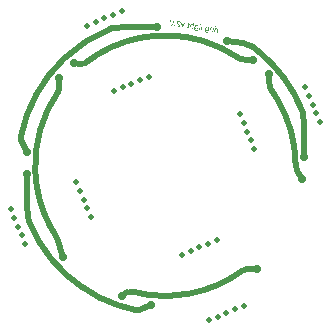
<source format=gbl>
G04*
G04 #@! TF.GenerationSoftware,Altium Limited,Altium Designer,22.2.1 (43)*
G04*
G04 Layer_Physical_Order=2*
G04 Layer_Color=16711680*
%FSLAX25Y25*%
%MOIN*%
G70*
G04*
G04 #@! TF.SameCoordinates,70B15B9A-0B0E-40B4-BC6F-C93E4DF4F8A9*
G04*
G04*
G04 #@! TF.FilePolarity,Positive*
G04*
G01*
G75*
%ADD12C,0.01968*%
%ADD25C,0.01968*%
%ADD26C,0.02756*%
G36*
X80858Y127446D02*
X80897Y127444D01*
X80913Y127444D01*
X80928Y127444D01*
X80954Y127440D01*
X80992Y127431D01*
X81031Y127423D01*
X81066Y127411D01*
X81100Y127399D01*
X81129Y127386D01*
X81157Y127370D01*
X81183Y127355D01*
X81205Y127341D01*
X81227Y127326D01*
X81245Y127312D01*
X81261Y127301D01*
X81272Y127288D01*
X81282Y127280D01*
X81289Y127272D01*
X81293Y127269D01*
X81295Y127267D01*
X81317Y127239D01*
X81337Y127212D01*
X81372Y127151D01*
X81402Y127091D01*
X81424Y127033D01*
X81433Y127005D01*
X81440Y126982D01*
X81445Y126959D01*
X81451Y126940D01*
X81453Y126924D01*
X81456Y126911D01*
X81459Y126904D01*
X81459Y126901D01*
X81465Y126858D01*
X81469Y126812D01*
X81471Y126716D01*
X81470Y126620D01*
X81467Y126574D01*
X81464Y126528D01*
X81460Y126486D01*
X81456Y126447D01*
X81452Y126412D01*
X81448Y126382D01*
X81446Y126358D01*
X81443Y126339D01*
X81441Y126328D01*
X81441Y126324D01*
X81423Y126223D01*
X81401Y126129D01*
X81379Y126044D01*
X81354Y125967D01*
X81327Y125896D01*
X81300Y125832D01*
X81273Y125777D01*
X81245Y125726D01*
X81221Y125683D01*
X81197Y125645D01*
X81175Y125615D01*
X81156Y125590D01*
X81139Y125570D01*
X81128Y125557D01*
X81120Y125549D01*
X81118Y125547D01*
X81080Y125515D01*
X81041Y125491D01*
X81000Y125469D01*
X80959Y125451D01*
X80920Y125437D01*
X80878Y125426D01*
X80840Y125419D01*
X80803Y125413D01*
X80768Y125410D01*
X80737Y125408D01*
X80708Y125408D01*
X80684Y125410D01*
X80664Y125411D01*
X80649Y125411D01*
X80636Y125413D01*
X80595Y125422D01*
X80559Y125430D01*
X80523Y125442D01*
X80490Y125454D01*
X80459Y125470D01*
X80433Y125483D01*
X80406Y125498D01*
X80384Y125512D01*
X80362Y125527D01*
X80345Y125540D01*
X80329Y125554D01*
X80317Y125565D01*
X80308Y125573D01*
X80300Y125581D01*
X80296Y125583D01*
X80294Y125586D01*
X80272Y125614D01*
X80250Y125641D01*
X80215Y125702D01*
X80187Y125762D01*
X80166Y125820D01*
X80157Y125848D01*
X80150Y125873D01*
X80144Y125894D01*
X80138Y125915D01*
X80134Y125929D01*
X80134Y125942D01*
X80131Y125949D01*
X80131Y125951D01*
X80124Y125994D01*
X80121Y126041D01*
X80116Y126137D01*
X80118Y126234D01*
X80121Y126280D01*
X80124Y126326D01*
X80128Y126367D01*
X80132Y126406D01*
X80135Y126438D01*
X80137Y126469D01*
X80141Y126493D01*
X80144Y126512D01*
X80146Y126523D01*
X80146Y126527D01*
X80155Y126581D01*
X80165Y126632D01*
X80175Y126679D01*
X80184Y126724D01*
X80195Y126765D01*
X80205Y126803D01*
X80215Y126836D01*
X80222Y126868D01*
X80231Y126896D01*
X80239Y126919D01*
X80247Y126939D01*
X80253Y126956D01*
X80258Y126971D01*
X80261Y126979D01*
X80265Y126985D01*
X80265Y126987D01*
X80292Y127047D01*
X80323Y127102D01*
X80350Y127148D01*
X80376Y127188D01*
X80389Y127204D01*
X80399Y127220D01*
X80410Y127234D01*
X80418Y127244D01*
X80426Y127251D01*
X80429Y127257D01*
X80434Y127261D01*
X80434Y127263D01*
X80471Y127302D01*
X80511Y127335D01*
X80549Y127362D01*
X80585Y127383D01*
X80617Y127400D01*
X80640Y127410D01*
X80650Y127415D01*
X80657Y127418D01*
X80662Y127419D01*
X80664Y127419D01*
X80714Y127433D01*
X80764Y127441D01*
X80814Y127446D01*
X80858Y127446D01*
D02*
G37*
G36*
X83158Y127085D02*
X83187Y127085D01*
X83211Y127083D01*
X83230Y127082D01*
X83258Y127078D01*
X83310Y127068D01*
X83359Y127056D01*
X83403Y127042D01*
X83444Y127024D01*
X83483Y127007D01*
X83518Y126989D01*
X83550Y126970D01*
X83578Y126953D01*
X83604Y126933D01*
X83626Y126917D01*
X83645Y126900D01*
X83661Y126887D01*
X83672Y126874D01*
X83680Y126866D01*
X83685Y126861D01*
X83687Y126858D01*
X83713Y126825D01*
X83734Y126789D01*
X83752Y126753D01*
X83768Y126713D01*
X83780Y126676D01*
X83792Y126639D01*
X83799Y126600D01*
X83805Y126566D01*
X83810Y126532D01*
X83812Y126501D01*
X83814Y126472D01*
X83815Y126448D01*
X83814Y126428D01*
X83814Y126415D01*
X83815Y126406D01*
X83814Y126401D01*
X83560Y126415D01*
X83564Y126450D01*
X83566Y126482D01*
X83562Y126540D01*
X83553Y126595D01*
X83548Y126618D01*
X83540Y126639D01*
X83534Y126657D01*
X83526Y126674D01*
X83519Y126688D01*
X83514Y126700D01*
X83507Y126710D01*
X83504Y126717D01*
X83502Y126720D01*
X83500Y126722D01*
X83482Y126745D01*
X83463Y126766D01*
X83441Y126782D01*
X83420Y126799D01*
X83375Y126826D01*
X83332Y126846D01*
X83294Y126858D01*
X83278Y126865D01*
X83263Y126868D01*
X83250Y126872D01*
X83203Y126879D01*
X83172Y126880D01*
X83116Y126877D01*
X83069Y126867D01*
X83025Y126856D01*
X82992Y126842D01*
X82977Y126835D01*
X82965Y126828D01*
X82956Y126823D01*
X82948Y126820D01*
X82946Y126818D01*
X82944Y126816D01*
X82921Y126800D01*
X82903Y126783D01*
X82885Y126766D01*
X82871Y126746D01*
X82845Y126708D01*
X82826Y126671D01*
X82814Y126640D01*
X82808Y126626D01*
X82806Y126613D01*
X82802Y126604D01*
X82801Y126596D01*
X82800Y126592D01*
X82800Y126589D01*
X82798Y126563D01*
X82796Y126537D01*
X82801Y126483D01*
X82812Y126431D01*
X82827Y126382D01*
X82842Y126340D01*
X82849Y126323D01*
X82857Y126307D01*
X82862Y126295D01*
X82867Y126285D01*
X82868Y126281D01*
X82870Y126278D01*
X82889Y126244D01*
X82912Y126208D01*
X82939Y126168D01*
X82968Y126128D01*
X83028Y126046D01*
X83091Y125968D01*
X83120Y125930D01*
X83150Y125897D01*
X83176Y125866D01*
X83199Y125840D01*
X83217Y125818D01*
X83230Y125802D01*
X83239Y125790D01*
X83243Y125787D01*
X83277Y125749D01*
X83307Y125713D01*
X83337Y125680D01*
X83362Y125647D01*
X83389Y125617D01*
X83410Y125587D01*
X83431Y125561D01*
X83449Y125536D01*
X83465Y125514D01*
X83477Y125494D01*
X83490Y125477D01*
X83499Y125464D01*
X83508Y125452D01*
X83514Y125444D01*
X83515Y125440D01*
X83517Y125437D01*
X83548Y125384D01*
X83573Y125331D01*
X83594Y125282D01*
X83609Y125238D01*
X83621Y125200D01*
X83625Y125184D01*
X83630Y125172D01*
X83633Y125161D01*
X83634Y125154D01*
X83635Y125150D01*
X83635Y125147D01*
X83641Y125116D01*
X83643Y125084D01*
X83645Y125056D01*
X83643Y125029D01*
X83641Y125007D01*
X83639Y124990D01*
X83637Y124979D01*
X83636Y124975D01*
X82321Y125182D01*
X82358Y125417D01*
X83337Y125263D01*
X83310Y125315D01*
X83297Y125340D01*
X83282Y125362D01*
X83270Y125381D01*
X83261Y125396D01*
X83254Y125406D01*
X83252Y125408D01*
X83241Y125423D01*
X83227Y125443D01*
X83210Y125463D01*
X83192Y125486D01*
X83153Y125537D01*
X83112Y125585D01*
X83073Y125631D01*
X83056Y125651D01*
X83039Y125669D01*
X83028Y125684D01*
X83017Y125695D01*
X83011Y125702D01*
X83010Y125705D01*
X82969Y125753D01*
X82929Y125799D01*
X82894Y125840D01*
X82863Y125880D01*
X82833Y125916D01*
X82808Y125950D01*
X82784Y125981D01*
X82762Y126008D01*
X82743Y126031D01*
X82729Y126053D01*
X82716Y126071D01*
X82705Y126086D01*
X82698Y126098D01*
X82691Y126106D01*
X82689Y126110D01*
X82687Y126113D01*
X82654Y126166D01*
X82628Y126215D01*
X82607Y126260D01*
X82589Y126300D01*
X82576Y126333D01*
X82567Y126359D01*
X82564Y126368D01*
X82563Y126375D01*
X82561Y126377D01*
X82562Y126380D01*
X82551Y126425D01*
X82547Y126470D01*
X82545Y126510D01*
X82544Y126548D01*
X82544Y126579D01*
X82546Y126603D01*
X82547Y126611D01*
X82548Y126618D01*
X82549Y126620D01*
X82549Y126622D01*
X82558Y126665D01*
X82569Y126705D01*
X82583Y126742D01*
X82600Y126780D01*
X82618Y126812D01*
X82639Y126842D01*
X82658Y126870D01*
X82678Y126893D01*
X82697Y126917D01*
X82715Y126936D01*
X82733Y126953D01*
X82749Y126966D01*
X82761Y126975D01*
X82771Y126984D01*
X82776Y126988D01*
X82779Y126990D01*
X82815Y127013D01*
X82854Y127031D01*
X82894Y127047D01*
X82936Y127060D01*
X82974Y127069D01*
X83015Y127076D01*
X83054Y127081D01*
X83091Y127084D01*
X83125Y127086D01*
X83158Y127085D01*
D02*
G37*
G36*
X86707Y126333D02*
X86652Y125978D01*
X86832Y125950D01*
X86803Y125760D01*
X86622Y125788D01*
X86491Y124957D01*
X86485Y124918D01*
X86477Y124882D01*
X86472Y124850D01*
X86465Y124820D01*
X86459Y124794D01*
X86453Y124771D01*
X86448Y124750D01*
X86441Y124733D01*
X86436Y124719D01*
X86432Y124706D01*
X86428Y124696D01*
X86425Y124687D01*
X86421Y124677D01*
X86418Y124673D01*
X86401Y124651D01*
X86383Y124632D01*
X86363Y124616D01*
X86343Y124603D01*
X86324Y124593D01*
X86309Y124586D01*
X86300Y124581D01*
X86297Y124579D01*
X86265Y124571D01*
X86231Y124565D01*
X86196Y124564D01*
X86160Y124563D01*
X86130Y124566D01*
X86106Y124567D01*
X86084Y124571D01*
X86020Y124585D01*
X85991Y124592D01*
X85963Y124601D01*
X85938Y124609D01*
X85919Y124615D01*
X85907Y124621D01*
X85902Y124621D01*
X85969Y124832D01*
X85992Y124826D01*
X86013Y124820D01*
X86032Y124815D01*
X86047Y124813D01*
X86060Y124809D01*
X86096Y124803D01*
X86114Y124802D01*
X86128Y124805D01*
X86141Y124805D01*
X86150Y124808D01*
X86157Y124809D01*
X86162Y124810D01*
X86164Y124810D01*
X86183Y124822D01*
X86199Y124835D01*
X86209Y124847D01*
X86212Y124849D01*
X86212Y124851D01*
X86219Y124865D01*
X86224Y124884D01*
X86232Y124905D01*
X86235Y124927D01*
X86241Y124948D01*
X86243Y124965D01*
X86245Y124978D01*
X86246Y124980D01*
X86246Y124982D01*
X86379Y125827D01*
X86131Y125866D01*
X86161Y126055D01*
X86408Y126016D01*
X86487Y126518D01*
X86707Y126333D01*
D02*
G37*
G36*
X90481Y125937D02*
X90437Y125660D01*
X90193Y125698D01*
X90237Y125976D01*
X90481Y125937D01*
D02*
G37*
G36*
X88323Y126276D02*
X88011Y124288D01*
X87767Y124327D01*
X87890Y125113D01*
X87898Y125173D01*
X87902Y125228D01*
X87903Y125274D01*
X87902Y125312D01*
X87900Y125343D01*
X87897Y125365D01*
X87896Y125372D01*
X87895Y125379D01*
X87893Y125384D01*
X87881Y125421D01*
X87865Y125454D01*
X87847Y125484D01*
X87827Y125509D01*
X87810Y125529D01*
X87795Y125545D01*
X87786Y125555D01*
X87782Y125558D01*
X87748Y125583D01*
X87714Y125604D01*
X87681Y125618D01*
X87652Y125631D01*
X87625Y125640D01*
X87603Y125645D01*
X87586Y125648D01*
X87534Y125652D01*
X87487Y125650D01*
X87449Y125643D01*
X87414Y125633D01*
X87385Y125620D01*
X87366Y125610D01*
X87354Y125603D01*
X87349Y125599D01*
X87331Y125584D01*
X87318Y125569D01*
X87292Y125529D01*
X87270Y125488D01*
X87254Y125444D01*
X87242Y125407D01*
X87237Y125390D01*
X87234Y125374D01*
X87230Y125362D01*
X87229Y125353D01*
X87228Y125347D01*
X87227Y125345D01*
X87084Y124434D01*
X86841Y124472D01*
X86984Y125383D01*
X86990Y125422D01*
X86998Y125458D01*
X87006Y125492D01*
X87015Y125522D01*
X87024Y125551D01*
X87032Y125576D01*
X87040Y125599D01*
X87048Y125620D01*
X87055Y125639D01*
X87062Y125655D01*
X87068Y125668D01*
X87075Y125680D01*
X87081Y125688D01*
X87084Y125694D01*
X87086Y125696D01*
X87086Y125698D01*
X87114Y125733D01*
X87146Y125766D01*
X87181Y125791D01*
X87210Y125811D01*
X87239Y125826D01*
X87263Y125838D01*
X87272Y125841D01*
X87279Y125844D01*
X87282Y125846D01*
X87284Y125846D01*
X87333Y125860D01*
X87382Y125868D01*
X87430Y125873D01*
X87474Y125873D01*
X87513Y125871D01*
X87529Y125871D01*
X87544Y125871D01*
X87570Y125867D01*
X87617Y125857D01*
X87661Y125844D01*
X87702Y125826D01*
X87742Y125809D01*
X87776Y125786D01*
X87810Y125765D01*
X87839Y125741D01*
X87864Y125719D01*
X87889Y125695D01*
X87910Y125672D01*
X87927Y125654D01*
X87942Y125636D01*
X87953Y125621D01*
X87960Y125609D01*
X87965Y125602D01*
X87967Y125599D01*
X88079Y126314D01*
X88323Y126276D01*
D02*
G37*
G36*
X81966Y125522D02*
X81922Y125244D01*
X81644Y125288D01*
X81688Y125566D01*
X81966Y125522D01*
D02*
G37*
G36*
X95572Y125138D02*
X95528Y124860D01*
X95285Y124898D01*
X95328Y125176D01*
X95572Y125138D01*
D02*
G37*
G36*
X84229Y126358D02*
X84411Y125427D01*
X84424Y125366D01*
X84433Y125311D01*
X84440Y125261D01*
X84447Y125221D01*
X84453Y125187D01*
X84455Y125173D01*
X84456Y125160D01*
X84456Y125151D01*
X84457Y125144D01*
X84459Y125142D01*
X84459Y125139D01*
X84485Y125193D01*
X84508Y125244D01*
X84531Y125291D01*
X84553Y125332D01*
X84572Y125367D01*
X84579Y125381D01*
X84585Y125393D01*
X84591Y125403D01*
X84594Y125409D01*
X84597Y125414D01*
X84597Y125416D01*
X85043Y126231D01*
X85301Y126190D01*
X84530Y124835D01*
X84298Y124871D01*
X83977Y126398D01*
X84229Y126358D01*
D02*
G37*
G36*
X94120Y124832D02*
X94153Y124831D01*
X94166Y124829D01*
X94179Y124829D01*
X94201Y124826D01*
X94254Y124815D01*
X94305Y124798D01*
X94350Y124780D01*
X94393Y124758D01*
X94431Y124732D01*
X94465Y124707D01*
X94496Y124680D01*
X94523Y124654D01*
X94547Y124626D01*
X94567Y124601D01*
X94583Y124578D01*
X94595Y124556D01*
X94606Y124539D01*
X94615Y124527D01*
X94618Y124518D01*
X94620Y124515D01*
X94652Y124722D01*
X94872Y124687D01*
X94646Y123247D01*
X94402Y123285D01*
X94526Y124071D01*
X94531Y124121D01*
X94537Y124168D01*
X94537Y124210D01*
X94536Y124250D01*
X94533Y124286D01*
X94529Y124317D01*
X94523Y124347D01*
X94516Y124372D01*
X94508Y124396D01*
X94500Y124415D01*
X94494Y124429D01*
X94487Y124443D01*
X94482Y124453D01*
X94477Y124460D01*
X94475Y124463D01*
X94473Y124465D01*
X94454Y124486D01*
X94433Y124505D01*
X94392Y124538D01*
X94349Y124562D01*
X94310Y124579D01*
X94275Y124593D01*
X94258Y124598D01*
X94245Y124600D01*
X94234Y124604D01*
X94219Y124607D01*
X94182Y124610D01*
X94149Y124611D01*
X94120Y124607D01*
X94093Y124604D01*
X94073Y124599D01*
X94056Y124592D01*
X94045Y124590D01*
X94042Y124588D01*
X94014Y124575D01*
X93989Y124559D01*
X93969Y124542D01*
X93953Y124525D01*
X93939Y124509D01*
X93931Y124497D01*
X93925Y124489D01*
X93922Y124486D01*
X93907Y124457D01*
X93895Y124424D01*
X93883Y124388D01*
X93875Y124352D01*
X93868Y124320D01*
X93863Y124305D01*
X93861Y124292D01*
X93860Y124284D01*
X93858Y124275D01*
X93858Y124271D01*
X93857Y124268D01*
X93720Y123392D01*
X93476Y123430D01*
X93615Y124315D01*
X93620Y124345D01*
X93624Y124373D01*
X93631Y124401D01*
X93635Y124425D01*
X93640Y124446D01*
X93643Y124465D01*
X93651Y124497D01*
X93659Y124520D01*
X93663Y124537D01*
X93667Y124548D01*
X93668Y124550D01*
X93682Y124587D01*
X93701Y124620D01*
X93716Y124648D01*
X93733Y124672D01*
X93749Y124691D01*
X93761Y124707D01*
X93769Y124715D01*
X93771Y124719D01*
X93797Y124743D01*
X93827Y124763D01*
X93858Y124778D01*
X93887Y124793D01*
X93915Y124802D01*
X93936Y124810D01*
X93950Y124814D01*
X93952Y124816D01*
X93954Y124816D01*
X93998Y124825D01*
X94041Y124831D01*
X94083Y124833D01*
X94120Y124832D01*
D02*
G37*
G36*
X88831Y125636D02*
X88803Y125459D01*
X88841Y125491D01*
X88879Y125518D01*
X88920Y125540D01*
X88958Y125558D01*
X88998Y125574D01*
X89035Y125584D01*
X89072Y125594D01*
X89106Y125599D01*
X89137Y125603D01*
X89166Y125605D01*
X89193Y125605D01*
X89215Y125606D01*
X89232Y125604D01*
X89248Y125603D01*
X89293Y125596D01*
X89327Y125587D01*
X89387Y125566D01*
X89441Y125542D01*
X89465Y125530D01*
X89488Y125517D01*
X89508Y125503D01*
X89523Y125492D01*
X89539Y125480D01*
X89551Y125472D01*
X89561Y125464D01*
X89569Y125458D01*
X89573Y125455D01*
X89575Y125453D01*
X89618Y125406D01*
X89657Y125356D01*
X89686Y125305D01*
X89710Y125257D01*
X89727Y125215D01*
X89735Y125196D01*
X89739Y125180D01*
X89744Y125168D01*
X89747Y125159D01*
X89750Y125152D01*
X89750Y125150D01*
X89763Y125079D01*
X89772Y125009D01*
X89775Y124945D01*
X89775Y124885D01*
X89772Y124857D01*
X89771Y124833D01*
X89770Y124813D01*
X89767Y124794D01*
X89767Y124778D01*
X89765Y124767D01*
X89764Y124761D01*
X89764Y124759D01*
X89753Y124703D01*
X89740Y124652D01*
X89724Y124602D01*
X89705Y124556D01*
X89688Y124513D01*
X89666Y124472D01*
X89644Y124436D01*
X89624Y124401D01*
X89604Y124371D01*
X89586Y124345D01*
X89567Y124322D01*
X89553Y124304D01*
X89540Y124289D01*
X89530Y124279D01*
X89524Y124271D01*
X89521Y124270D01*
X89483Y124238D01*
X89443Y124209D01*
X89402Y124187D01*
X89360Y124169D01*
X89320Y124153D01*
X89278Y124142D01*
X89238Y124135D01*
X89199Y124128D01*
X89163Y124125D01*
X89132Y124123D01*
X89101Y124124D01*
X89077Y124125D01*
X89055Y124127D01*
X89040Y124127D01*
X89027Y124129D01*
X88984Y124138D01*
X88942Y124151D01*
X88905Y124166D01*
X88870Y124184D01*
X88836Y124203D01*
X88806Y124225D01*
X88778Y124245D01*
X88753Y124269D01*
X88732Y124290D01*
X88711Y124311D01*
X88696Y124328D01*
X88681Y124344D01*
X88673Y124359D01*
X88663Y124369D01*
X88660Y124376D01*
X88658Y124379D01*
X88651Y124336D01*
X88645Y124297D01*
X88642Y124262D01*
X88637Y124230D01*
X88635Y124201D01*
X88630Y124176D01*
X88629Y124154D01*
X88628Y124134D01*
X88628Y124116D01*
X88626Y124103D01*
X88626Y124090D01*
X88627Y124081D01*
X88626Y124075D01*
X88627Y124070D01*
X88626Y124066D01*
X88635Y124020D01*
X88648Y123979D01*
X88665Y123943D01*
X88680Y123914D01*
X88698Y123889D01*
X88711Y123872D01*
X88720Y123859D01*
X88722Y123857D01*
X88724Y123856D01*
X88757Y123827D01*
X88797Y123805D01*
X88838Y123785D01*
X88878Y123770D01*
X88916Y123760D01*
X88931Y123755D01*
X88946Y123753D01*
X88956Y123749D01*
X88974Y123747D01*
X89030Y123740D01*
X89081Y123741D01*
X89123Y123745D01*
X89162Y123752D01*
X89192Y123761D01*
X89213Y123768D01*
X89227Y123775D01*
X89232Y123776D01*
X89259Y123794D01*
X89280Y123818D01*
X89299Y123841D01*
X89315Y123867D01*
X89325Y123890D01*
X89332Y123909D01*
X89339Y123921D01*
X89339Y123923D01*
X89339Y123925D01*
X89581Y123920D01*
X89574Y123877D01*
X89564Y123839D01*
X89552Y123804D01*
X89536Y123771D01*
X89520Y123742D01*
X89503Y123714D01*
X89486Y123690D01*
X89467Y123671D01*
X89449Y123652D01*
X89433Y123637D01*
X89418Y123624D01*
X89403Y123613D01*
X89393Y123606D01*
X89383Y123601D01*
X89378Y123597D01*
X89376Y123595D01*
X89342Y123581D01*
X89305Y123566D01*
X89270Y123556D01*
X89232Y123549D01*
X89159Y123539D01*
X89091Y123536D01*
X89060Y123537D01*
X89031Y123537D01*
X89005Y123539D01*
X88983Y123540D01*
X88965Y123540D01*
X88940Y123544D01*
X88863Y123561D01*
X88793Y123581D01*
X88762Y123592D01*
X88735Y123603D01*
X88708Y123614D01*
X88683Y123627D01*
X88661Y123639D01*
X88643Y123648D01*
X88626Y123658D01*
X88612Y123666D01*
X88603Y123675D01*
X88594Y123678D01*
X88591Y123683D01*
X88589Y123683D01*
X88542Y123724D01*
X88502Y123767D01*
X88472Y123810D01*
X88447Y123851D01*
X88428Y123885D01*
X88415Y123914D01*
X88410Y123925D01*
X88407Y123933D01*
X88406Y123937D01*
X88406Y123939D01*
X88397Y123969D01*
X88392Y124003D01*
X88389Y124041D01*
X88386Y124079D01*
X88388Y124161D01*
X88391Y124240D01*
X88395Y124276D01*
X88398Y124311D01*
X88401Y124344D01*
X88403Y124372D01*
X88407Y124394D01*
X88409Y124411D01*
X88411Y124422D01*
X88412Y124426D01*
X88607Y125671D01*
X88831Y125636D01*
D02*
G37*
G36*
X90395Y125390D02*
X90168Y123950D01*
X89925Y123988D01*
X90151Y125428D01*
X90395Y125390D01*
D02*
G37*
G36*
X91105Y125839D02*
X90793Y123851D01*
X90550Y123890D01*
X90862Y125877D01*
X91105Y125839D01*
D02*
G37*
G36*
X92378Y125079D02*
X92350Y124902D01*
X92388Y124934D01*
X92426Y124961D01*
X92467Y124983D01*
X92505Y125002D01*
X92545Y125017D01*
X92582Y125027D01*
X92619Y125037D01*
X92653Y125042D01*
X92684Y125046D01*
X92713Y125048D01*
X92740Y125049D01*
X92762Y125049D01*
X92779Y125047D01*
X92795Y125047D01*
X92840Y125040D01*
X92874Y125030D01*
X92934Y125009D01*
X92988Y124985D01*
X93012Y124973D01*
X93035Y124960D01*
X93055Y124946D01*
X93070Y124935D01*
X93086Y124924D01*
X93098Y124915D01*
X93108Y124907D01*
X93116Y124901D01*
X93120Y124898D01*
X93122Y124896D01*
X93165Y124849D01*
X93204Y124799D01*
X93233Y124748D01*
X93256Y124700D01*
X93274Y124658D01*
X93282Y124639D01*
X93286Y124623D01*
X93291Y124611D01*
X93294Y124602D01*
X93297Y124595D01*
X93297Y124592D01*
X93310Y124522D01*
X93319Y124452D01*
X93322Y124388D01*
X93322Y124328D01*
X93319Y124300D01*
X93318Y124276D01*
X93317Y124256D01*
X93314Y124237D01*
X93314Y124221D01*
X93312Y124211D01*
X93311Y124204D01*
X93311Y124202D01*
X93300Y124146D01*
X93287Y124095D01*
X93271Y124045D01*
X93252Y123999D01*
X93234Y123956D01*
X93213Y123915D01*
X93191Y123879D01*
X93171Y123844D01*
X93151Y123814D01*
X93133Y123788D01*
X93114Y123765D01*
X93100Y123747D01*
X93087Y123732D01*
X93076Y123722D01*
X93071Y123714D01*
X93068Y123713D01*
X93030Y123681D01*
X92990Y123652D01*
X92949Y123630D01*
X92907Y123612D01*
X92867Y123596D01*
X92825Y123585D01*
X92785Y123578D01*
X92746Y123571D01*
X92710Y123568D01*
X92679Y123566D01*
X92648Y123567D01*
X92624Y123568D01*
X92602Y123570D01*
X92587Y123570D01*
X92574Y123572D01*
X92531Y123581D01*
X92489Y123594D01*
X92452Y123609D01*
X92417Y123627D01*
X92383Y123646D01*
X92353Y123668D01*
X92325Y123688D01*
X92300Y123712D01*
X92279Y123733D01*
X92258Y123754D01*
X92243Y123772D01*
X92228Y123787D01*
X92220Y123802D01*
X92210Y123812D01*
X92207Y123819D01*
X92205Y123822D01*
X92198Y123779D01*
X92192Y123740D01*
X92189Y123705D01*
X92184Y123673D01*
X92181Y123644D01*
X92177Y123619D01*
X92176Y123597D01*
X92175Y123577D01*
X92175Y123559D01*
X92173Y123547D01*
X92173Y123533D01*
X92174Y123524D01*
X92173Y123518D01*
X92174Y123513D01*
X92173Y123509D01*
X92182Y123463D01*
X92195Y123422D01*
X92212Y123386D01*
X92227Y123357D01*
X92245Y123332D01*
X92258Y123315D01*
X92267Y123302D01*
X92269Y123300D01*
X92271Y123299D01*
X92304Y123270D01*
X92344Y123248D01*
X92386Y123229D01*
X92425Y123213D01*
X92463Y123203D01*
X92478Y123198D01*
X92493Y123196D01*
X92503Y123192D01*
X92521Y123190D01*
X92577Y123183D01*
X92628Y123184D01*
X92670Y123188D01*
X92709Y123195D01*
X92739Y123204D01*
X92760Y123212D01*
X92774Y123218D01*
X92779Y123220D01*
X92806Y123237D01*
X92827Y123261D01*
X92847Y123284D01*
X92862Y123310D01*
X92872Y123333D01*
X92879Y123352D01*
X92886Y123364D01*
X92886Y123366D01*
X92886Y123368D01*
X93128Y123363D01*
X93121Y123320D01*
X93111Y123282D01*
X93099Y123247D01*
X93083Y123214D01*
X93067Y123185D01*
X93050Y123157D01*
X93033Y123134D01*
X93014Y123114D01*
X92996Y123095D01*
X92980Y123080D01*
X92965Y123067D01*
X92950Y123056D01*
X92940Y123049D01*
X92930Y123044D01*
X92925Y123040D01*
X92923Y123038D01*
X92889Y123023D01*
X92852Y123010D01*
X92817Y123000D01*
X92779Y122992D01*
X92706Y122982D01*
X92638Y122979D01*
X92607Y122980D01*
X92578Y122980D01*
X92552Y122982D01*
X92530Y122983D01*
X92513Y122983D01*
X92487Y122987D01*
X92410Y123004D01*
X92340Y123024D01*
X92309Y123035D01*
X92282Y123046D01*
X92255Y123057D01*
X92230Y123070D01*
X92208Y123082D01*
X92190Y123091D01*
X92173Y123101D01*
X92159Y123109D01*
X92150Y123118D01*
X92141Y123121D01*
X92138Y123126D01*
X92136Y123126D01*
X92089Y123167D01*
X92049Y123211D01*
X92019Y123253D01*
X91994Y123294D01*
X91975Y123328D01*
X91962Y123357D01*
X91957Y123369D01*
X91954Y123376D01*
X91953Y123380D01*
X91953Y123382D01*
X91944Y123413D01*
X91939Y123447D01*
X91936Y123484D01*
X91933Y123522D01*
X91935Y123604D01*
X91938Y123683D01*
X91942Y123720D01*
X91945Y123754D01*
X91948Y123787D01*
X91950Y123815D01*
X91954Y123837D01*
X91956Y123854D01*
X91958Y123865D01*
X91959Y123869D01*
X92154Y125114D01*
X92378Y125079D01*
D02*
G37*
G36*
X95486Y124591D02*
X95259Y123150D01*
X95016Y123188D01*
X95242Y124629D01*
X95486Y124591D01*
D02*
G37*
G36*
X95867Y124562D02*
X95876Y124563D01*
X95889Y124561D01*
X95919Y124554D01*
X95948Y124543D01*
X95973Y124532D01*
X95995Y124520D01*
X96011Y124506D01*
X96025Y124497D01*
X96033Y124490D01*
X96036Y124487D01*
X96048Y124474D01*
X96061Y124459D01*
X96082Y124427D01*
X96103Y124388D01*
X96121Y124350D01*
X96138Y124316D01*
X96148Y124286D01*
X96153Y124276D01*
X96157Y124267D01*
X96160Y124262D01*
X96194Y124480D01*
X96414Y124445D01*
X96188Y123004D01*
X95944Y123043D01*
X96063Y123796D01*
X96069Y123853D01*
X96074Y123907D01*
X96074Y123956D01*
X96075Y124000D01*
X96074Y124035D01*
X96072Y124051D01*
X96072Y124064D01*
X96071Y124073D01*
X96070Y124080D01*
X96068Y124085D01*
X96069Y124087D01*
X96060Y124119D01*
X96052Y124149D01*
X96040Y124173D01*
X96028Y124195D01*
X96018Y124212D01*
X96008Y124224D01*
X96001Y124232D01*
X95999Y124234D01*
X95976Y124256D01*
X95954Y124270D01*
X95932Y124283D01*
X95909Y124293D01*
X95890Y124300D01*
X95876Y124305D01*
X95863Y124307D01*
X95828Y124310D01*
X95794Y124309D01*
X95763Y124305D01*
X95736Y124300D01*
X95710Y124293D01*
X95692Y124287D01*
X95680Y124282D01*
X95675Y124281D01*
X95625Y124521D01*
X95676Y124539D01*
X95727Y124551D01*
X95770Y124559D01*
X95810Y124562D01*
X95843Y124563D01*
X95857Y124564D01*
X95867Y124562D01*
D02*
G37*
%LPC*%
G36*
X80863Y127240D02*
X80831Y127236D01*
X80804Y127229D01*
X80750Y127211D01*
X80705Y127190D01*
X80685Y127177D01*
X80668Y127165D01*
X80653Y127152D01*
X80638Y127143D01*
X80628Y127133D01*
X80620Y127126D01*
X80617Y127122D01*
X80615Y127120D01*
X80588Y127089D01*
X80564Y127053D01*
X80542Y127008D01*
X80521Y126960D01*
X80502Y126910D01*
X80483Y126858D01*
X80453Y126750D01*
X80438Y126700D01*
X80428Y126651D01*
X80419Y126606D01*
X80411Y126567D01*
X80403Y126533D01*
X80401Y126520D01*
X80400Y126509D01*
X80398Y126501D01*
X80397Y126494D01*
X80397Y126490D01*
X80396Y126488D01*
X80384Y126399D01*
X80374Y126319D01*
X80369Y126245D01*
X80365Y126177D01*
X80364Y126116D01*
X80367Y126062D01*
X80370Y126013D01*
X80375Y125970D01*
X80380Y125934D01*
X80386Y125902D01*
X80391Y125875D01*
X80398Y125854D01*
X80402Y125838D01*
X80407Y125829D01*
X80409Y125822D01*
X80410Y125819D01*
X80427Y125788D01*
X80447Y125758D01*
X80467Y125733D01*
X80489Y125712D01*
X80509Y125691D01*
X80531Y125674D01*
X80551Y125660D01*
X80571Y125648D01*
X80608Y125631D01*
X80625Y125625D01*
X80639Y125620D01*
X80650Y125618D01*
X80661Y125615D01*
X80667Y125613D01*
X80698Y125611D01*
X80729Y125610D01*
X80758Y125615D01*
X80785Y125621D01*
X80839Y125637D01*
X80884Y125661D01*
X80921Y125686D01*
X80936Y125697D01*
X80949Y125706D01*
X80961Y125715D01*
X80969Y125723D01*
X80972Y125727D01*
X80974Y125728D01*
X80999Y125760D01*
X81023Y125798D01*
X81047Y125841D01*
X81068Y125888D01*
X81087Y125940D01*
X81104Y125993D01*
X81134Y126101D01*
X81149Y126151D01*
X81159Y126200D01*
X81168Y126245D01*
X81176Y126284D01*
X81183Y126316D01*
X81186Y126331D01*
X81187Y126342D01*
X81189Y126350D01*
X81190Y126357D01*
X81191Y126361D01*
X81191Y126363D01*
X81203Y126452D01*
X81211Y126532D01*
X81218Y126608D01*
X81220Y126676D01*
X81221Y126738D01*
X81219Y126796D01*
X81214Y126845D01*
X81210Y126890D01*
X81205Y126930D01*
X81197Y126962D01*
X81190Y126990D01*
X81185Y127013D01*
X81179Y127031D01*
X81174Y127043D01*
X81173Y127050D01*
X81171Y127052D01*
X81156Y127081D01*
X81138Y127106D01*
X81119Y127129D01*
X81100Y127147D01*
X81079Y127166D01*
X81059Y127181D01*
X81019Y127205D01*
X80981Y127221D01*
X80964Y127226D01*
X80952Y127230D01*
X80939Y127235D01*
X80924Y127237D01*
X80892Y127240D01*
X80863Y127240D01*
D02*
G37*
G36*
X89148Y125405D02*
X89119Y125403D01*
X89092Y125398D01*
X89041Y125384D01*
X88996Y125367D01*
X88958Y125347D01*
X88943Y125338D01*
X88931Y125329D01*
X88919Y125322D01*
X88911Y125317D01*
X88908Y125312D01*
X88906Y125311D01*
X88880Y125288D01*
X88858Y125261D01*
X88836Y125233D01*
X88818Y125203D01*
X88786Y125140D01*
X88763Y125077D01*
X88754Y125048D01*
X88745Y125020D01*
X88739Y124995D01*
X88734Y124974D01*
X88729Y124957D01*
X88727Y124942D01*
X88725Y124933D01*
X88725Y124931D01*
X88719Y124881D01*
X88714Y124833D01*
X88714Y124789D01*
X88714Y124749D01*
X88717Y124711D01*
X88722Y124675D01*
X88728Y124644D01*
X88733Y124616D01*
X88740Y124591D01*
X88748Y124570D01*
X88756Y124551D01*
X88762Y124534D01*
X88767Y124523D01*
X88772Y124515D01*
X88774Y124511D01*
X88775Y124508D01*
X88793Y124481D01*
X88814Y124458D01*
X88835Y124437D01*
X88856Y124418D01*
X88878Y124404D01*
X88900Y124389D01*
X88941Y124367D01*
X88978Y124351D01*
X88995Y124346D01*
X89010Y124341D01*
X89020Y124337D01*
X89037Y124335D01*
X89068Y124332D01*
X89099Y124331D01*
X89127Y124334D01*
X89157Y124336D01*
X89207Y124350D01*
X89252Y124367D01*
X89288Y124386D01*
X89303Y124394D01*
X89317Y124403D01*
X89327Y124408D01*
X89334Y124414D01*
X89337Y124418D01*
X89340Y124419D01*
X89363Y124442D01*
X89385Y124470D01*
X89405Y124497D01*
X89423Y124528D01*
X89453Y124594D01*
X89477Y124661D01*
X89488Y124690D01*
X89495Y124720D01*
X89501Y124747D01*
X89507Y124768D01*
X89512Y124787D01*
X89514Y124802D01*
X89516Y124813D01*
X89517Y124815D01*
X89522Y124863D01*
X89527Y124909D01*
X89527Y124951D01*
X89526Y124990D01*
X89523Y125026D01*
X89520Y125060D01*
X89513Y125090D01*
X89507Y125117D01*
X89499Y125142D01*
X89492Y125163D01*
X89486Y125182D01*
X89480Y125198D01*
X89475Y125210D01*
X89469Y125218D01*
X89468Y125222D01*
X89466Y125225D01*
X89448Y125252D01*
X89428Y125275D01*
X89407Y125298D01*
X89386Y125317D01*
X89366Y125333D01*
X89344Y125348D01*
X89303Y125370D01*
X89266Y125387D01*
X89249Y125391D01*
X89237Y125396D01*
X89224Y125400D01*
X89209Y125402D01*
X89179Y125405D01*
X89148Y125405D01*
D02*
G37*
G36*
X92695Y124848D02*
X92666Y124846D01*
X92639Y124841D01*
X92588Y124827D01*
X92543Y124810D01*
X92505Y124790D01*
X92490Y124781D01*
X92478Y124772D01*
X92466Y124765D01*
X92458Y124759D01*
X92455Y124756D01*
X92453Y124754D01*
X92427Y124731D01*
X92405Y124704D01*
X92383Y124676D01*
X92365Y124646D01*
X92333Y124583D01*
X92310Y124520D01*
X92301Y124491D01*
X92292Y124463D01*
X92286Y124438D01*
X92281Y124417D01*
X92276Y124400D01*
X92273Y124385D01*
X92272Y124376D01*
X92272Y124374D01*
X92266Y124324D01*
X92261Y124276D01*
X92261Y124232D01*
X92261Y124193D01*
X92264Y124154D01*
X92269Y124118D01*
X92275Y124086D01*
X92280Y124059D01*
X92287Y124034D01*
X92295Y124013D01*
X92303Y123994D01*
X92309Y123977D01*
X92314Y123966D01*
X92319Y123958D01*
X92321Y123954D01*
X92322Y123951D01*
X92340Y123924D01*
X92361Y123901D01*
X92382Y123880D01*
X92403Y123861D01*
X92425Y123847D01*
X92447Y123832D01*
X92488Y123810D01*
X92525Y123794D01*
X92542Y123789D01*
X92557Y123784D01*
X92567Y123780D01*
X92584Y123778D01*
X92615Y123775D01*
X92646Y123775D01*
X92674Y123777D01*
X92703Y123779D01*
X92754Y123793D01*
X92799Y123810D01*
X92835Y123829D01*
X92850Y123837D01*
X92864Y123846D01*
X92874Y123851D01*
X92881Y123857D01*
X92884Y123861D01*
X92887Y123863D01*
X92910Y123885D01*
X92932Y123913D01*
X92952Y123941D01*
X92970Y123971D01*
X93000Y124037D01*
X93024Y124104D01*
X93035Y124133D01*
X93042Y124163D01*
X93048Y124190D01*
X93054Y124211D01*
X93059Y124230D01*
X93062Y124246D01*
X93063Y124256D01*
X93063Y124258D01*
X93069Y124306D01*
X93074Y124352D01*
X93074Y124394D01*
X93073Y124433D01*
X93070Y124469D01*
X93067Y124503D01*
X93060Y124533D01*
X93054Y124560D01*
X93046Y124585D01*
X93039Y124607D01*
X93033Y124625D01*
X93027Y124642D01*
X93022Y124653D01*
X93016Y124661D01*
X93015Y124665D01*
X93013Y124668D01*
X92995Y124695D01*
X92975Y124718D01*
X92954Y124741D01*
X92933Y124760D01*
X92913Y124776D01*
X92891Y124791D01*
X92851Y124813D01*
X92813Y124829D01*
X92796Y124834D01*
X92784Y124839D01*
X92771Y124843D01*
X92756Y124845D01*
X92726Y124848D01*
X92695Y124848D01*
D02*
G37*
%LPD*%
D12*
X113919Y104180D02*
G03*
X113920Y104179I1600J1146D01*
G01*
X113696Y104584D02*
G03*
X113919Y104180I1823J742D01*
G01*
X116307Y100499D02*
G03*
X113920Y104179I-37567J-21759D01*
G01*
X122151Y79233D02*
G03*
X116311Y100492I-43411J-492D01*
G01*
X113311Y106568D02*
G03*
X113696Y104584I5298J0D01*
G01*
X122151Y79233D02*
G03*
X122162Y79050I1968J31D01*
G01*
X124011Y74839D02*
G03*
X124409Y74410I5953J5125D01*
G01*
X123869Y75009D02*
G03*
X124011Y74839I6095J4955D01*
G01*
X122162Y79050D02*
G03*
X123869Y75009I7802J913D01*
G01*
X122151Y79233D02*
G03*
X121975Y82671I-43411J-493D01*
G01*
X105649Y44170D02*
G03*
X104494Y43791I6J-1969D01*
G01*
X86863Y36094D02*
G03*
X104494Y43791I-8123J42647D01*
G01*
X80247Y35353D02*
G03*
X86863Y36094I-1507J43387D01*
G01*
X79906Y35342D02*
G03*
X80241Y35353I-1166J43398D01*
G01*
X79870Y35342D02*
G03*
X79906Y35342I-1130J43399D01*
G01*
X77612Y35341D02*
G03*
X79870Y35342I1128J43399D01*
G01*
X67626Y36774D02*
G03*
X77612Y35341I11114J41967D01*
G01*
X67626Y36774D02*
G03*
X66076Y36535I-500J-1904D01*
G01*
X56809Y34765D02*
G03*
X56906Y34712I979J1708D01*
G01*
X69083Y30562D02*
G03*
X70056Y30702I216J1957D01*
G01*
X33193Y60332D02*
G03*
X33277Y60079I1907J488D01*
G01*
X56914Y34709D02*
G03*
X68992Y30573I21826J44031D01*
G01*
X33277Y60079D02*
G03*
X51427Y37885I45463J18661D01*
G01*
X32467Y66307D02*
G03*
X33191Y60344I24928J0D01*
G01*
X51427Y37885D02*
G03*
X51527Y37822I1094J1637D01*
G01*
X35797Y72370D02*
G03*
X42618Y54659I42944J6370D01*
G01*
X35372Y76767D02*
G03*
X35797Y72370I43369J1974D01*
G01*
X43039Y103441D02*
G03*
X43384Y104548I-1623J1113D01*
G01*
X43039Y103441D02*
G03*
X35372Y76769I35702J-24701D01*
G01*
X30553Y88393D02*
G03*
X30722Y87121I1929J-392D01*
G01*
X44910Y114386D02*
G03*
X30553Y88393I33830J-35646D01*
G01*
X65899Y125022D02*
G03*
X60780Y124460I0J-23599D01*
G01*
Y124460D02*
G03*
X60493Y124371I438J-1919D01*
G01*
X44910Y114386D02*
G03*
X44941Y114417I-1339J1443D01*
G01*
X60493Y124371D02*
G03*
X44941Y114417I18248J-45631D01*
G01*
X104079Y114210D02*
G03*
X105331Y114097I1252J6869D01*
G01*
X91215Y120323D02*
G03*
X51897Y112860I-12475J-41583D01*
G01*
X50186Y112506D02*
G03*
X51897Y112860I498J1905D01*
G01*
X104693Y119562D02*
G03*
X104598Y119577I-349J-1937D01*
G01*
X103329Y114519D02*
G03*
X104079Y114210I1109J1626D01*
G01*
X103329Y114519D02*
G03*
X91215Y120323I-24589J-35779D01*
G01*
X107598Y118503D02*
G03*
X104702Y119561I-4673J-8303D01*
G01*
X109662Y116937D02*
G03*
X107787Y118381I-30921J-38197D01*
G01*
X107787Y118381D02*
G03*
X107598Y118503I-1157J-1592D01*
G01*
X124448Y96763D02*
G03*
X124377Y96972I-1898J-520D01*
G01*
X125022Y92396D02*
G03*
X124448Y96763I-16878J0D01*
G01*
X124377Y96972D02*
G03*
X109662Y116937I-45637J-18232D01*
G01*
X116307Y100499D02*
X116311Y100492D01*
X113311Y106568D02*
Y109376D01*
X122162Y79050D02*
X122162Y79050D01*
X105649Y44170D02*
X109376D01*
X105649D02*
X105649D01*
X64173Y35342D02*
X66076Y36535D01*
X56906Y34712D02*
X56914Y34709D01*
X51527Y37822D02*
X51534Y37818D01*
X68992Y30573D02*
X69083Y30562D01*
X51427Y37885D02*
X51427Y37885D01*
X33191Y60344D02*
X33193Y60332D01*
X51534Y37818D02*
X56802Y34769D01*
X56809Y34765D01*
X70056Y30702D02*
X74104Y32389D01*
X32467Y66307D02*
Y75809D01*
X42618Y54659D02*
X42618Y54659D01*
X44500Y48398D01*
X35372Y76769D02*
X35372Y76767D01*
X43384Y104548D02*
Y107972D01*
Y104548D02*
Y104548D01*
X30553Y88393D02*
X30553Y88393D01*
X30722Y87121D02*
X32605Y83368D01*
X65899Y125022D02*
X75947D01*
X60780Y124460D02*
Y124460D01*
X105331Y114097D02*
X107972D01*
X48397Y112981D02*
X50186Y112506D01*
X99389Y120255D02*
X104598Y119577D01*
X104693Y119562D02*
X104702Y119561D01*
X124448Y96763D02*
X124448Y96763D01*
X125022Y81533D02*
Y92396D01*
D25*
X122151Y79233D02*
D03*
X67440Y106020D02*
D03*
X70350Y107225D02*
D03*
X64531Y104815D02*
D03*
X61621Y103609D02*
D03*
X73260Y108431D02*
D03*
X51460Y67440D02*
D03*
X50255Y70350D02*
D03*
X52666Y64531D02*
D03*
X53871Y61621D02*
D03*
X49050Y73260D02*
D03*
X106020Y90040D02*
D03*
X107225Y87130D02*
D03*
X104815Y92950D02*
D03*
X103609Y95860D02*
D03*
X108431Y84220D02*
D03*
X84220Y49050D02*
D03*
X95860Y53871D02*
D03*
X92950Y52666D02*
D03*
X87130Y50255D02*
D03*
X90040Y51460D02*
D03*
X61310Y129049D02*
D03*
X58401Y127844D02*
D03*
X55491Y126639D02*
D03*
X52581Y125433D02*
D03*
X64220Y130255D02*
D03*
X28431Y61310D02*
D03*
X29636Y58401D02*
D03*
X30842Y55491D02*
D03*
X32047Y52581D02*
D03*
X27226Y64220D02*
D03*
X129049Y96170D02*
D03*
X127844Y99080D02*
D03*
X126639Y101989D02*
D03*
X125433Y104899D02*
D03*
X130255Y93260D02*
D03*
X93260Y27226D02*
D03*
X104899Y32047D02*
D03*
X101989Y30842D02*
D03*
X99080Y29636D02*
D03*
X96170Y28431D02*
D03*
D26*
X124409Y74410D02*
D03*
X113311Y109376D02*
D03*
X74104Y32389D02*
D03*
X109376Y44170D02*
D03*
X32467Y75809D02*
D03*
X32605Y83368D02*
D03*
X75947Y125022D02*
D03*
X99389Y120255D02*
D03*
X107972Y114097D02*
D03*
X125022Y81533D02*
D03*
X64173Y35342D02*
D03*
X48397Y112981D02*
D03*
X43384Y107972D02*
D03*
X44500Y48398D02*
D03*
M02*

</source>
